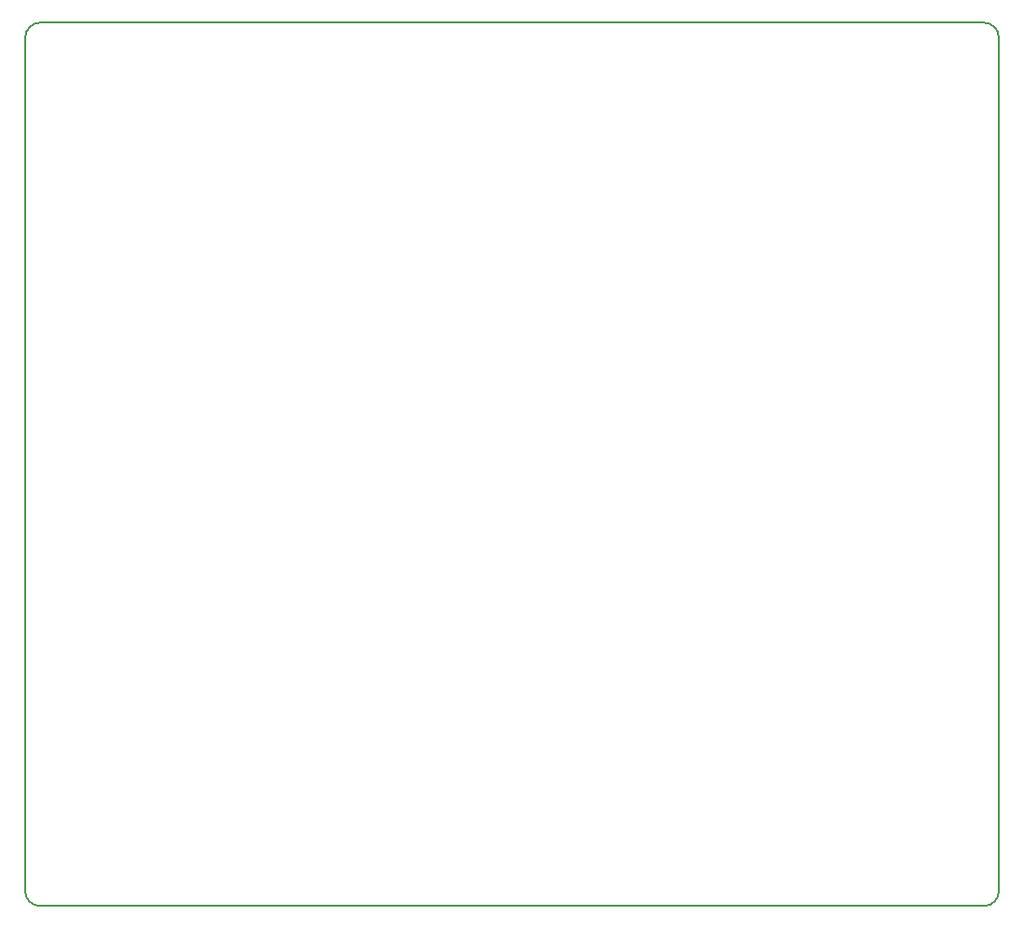
<source format=gbr>
G04 #@! TF.GenerationSoftware,KiCad,Pcbnew,(5.0.0)*
G04 #@! TF.CreationDate,2018-12-13T17:11:31-06:00*
G04 #@! TF.ProjectId,fk-atlas,666B2D61746C61732E6B696361645F70,rev?*
G04 #@! TF.SameCoordinates,Original*
G04 #@! TF.FileFunction,Profile,NP*
%FSLAX46Y46*%
G04 Gerber Fmt 4.6, Leading zero omitted, Abs format (unit mm)*
G04 Created by KiCad (PCBNEW (5.0.0)) date 12/13/18 17:11:31*
%MOMM*%
%LPD*%
G01*
G04 APERTURE LIST*
%ADD10C,0.150000*%
G04 APERTURE END LIST*
D10*
X115747800Y-136321800D02*
G75*
G03X117094000Y-137668000I1346200J0D01*
G01*
X202793600Y-137668000D02*
G75*
G03X204139800Y-136321800I0J1346200D01*
G01*
X204139800Y-58750200D02*
G75*
G03X202793600Y-57404000I-1346200J0D01*
G01*
X117094000Y-57404000D02*
G75*
G03X115747800Y-58750200I0J-1346200D01*
G01*
X115747800Y-136321800D02*
X115747800Y-58750200D01*
X202793600Y-137668000D02*
X117094000Y-137668000D01*
X204139800Y-58750200D02*
X204139800Y-136321800D01*
X117094000Y-57404000D02*
X202793600Y-57404000D01*
M02*

</source>
